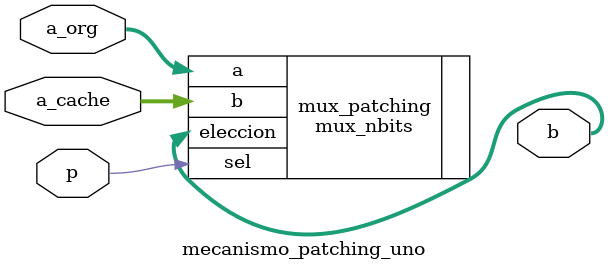
<source format=sv>
`ifndef MECANISMO_PATCHING_UNO_SV
`define MECANISMO_PATCHING_UNO_SV

module mecanismo_patching_uno #(
    parameter N = 16
) (
    input [N - 1:0] a_org, // activacion original
    input [N - 1:0] a_cache, // activacion cacheada
    input p, // bit de patching
    output [N - 1:0] b // devolucion de la activacion patchada
);

    mux_nbits #(.N(N)) mux_patching (
        .a(a_org),
        .b(a_cache),
        .sel(p),
        .eleccion(b)
    );


endmodule

`endif

</source>
